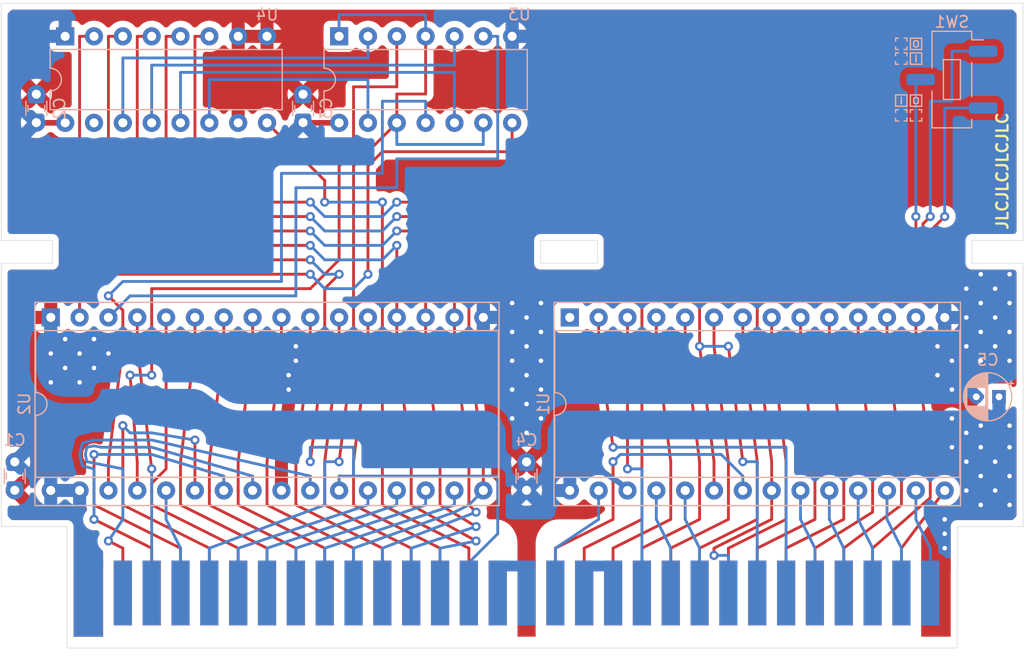
<source format=kicad_pcb>
(kicad_pcb (version 20211014) (generator pcbnew)
  (title_block (date "2022-05-10") (rev "0.0.2"))
  (layers (0 "F.Cu" mixed) (31 "B.Cu" mixed) (34 "B.Paste" user) (35 "F.Paste" user) (36 "B.SilkS" user "B.Silkscreen") (37 "F.SilkS" user "F.Silkscreen") (38 "B.Mask" user) (39 "F.Mask" user) (44 "Edge.Cuts" user))
  (net 0 "")
  (net 1 "VCC")
  (net 2 "GND")
  (net 3 "/CPU_A11")
  (net 4 "/CPU_A10")
  (net 5 "/CPU_A9")
  (net 6 "/CPU_A8")
  (net 7 "/CPU_A7")
  (net 8 "/CPU_A6")
  (net 9 "/CPU_A5")
  (net 10 "/CPU_A4")
  (net 11 "/CPU_A3")
  (net 12 "/CPU_A2")
  (net 13 "/CPU_A1")
  (net 14 "/CPU_A0")
  (net 15 "/CPU_R~{W}")
  (net 16 "/~{IRQ}")
  (net 17 "/PPU_~{RD}")
  (net 18 "/CIRAM_A10")
  (net 19 "/PPU_A6")
  (net 20 "/PPU_A5")
  (net 21 "/PPU_A4")
  (net 22 "/PPU_A3")
  (net 23 "/PPU_A2")
  (net 24 "/PPU_A1")
  (net 25 "/PPU_A0")
  (net 26 "/PPU_D0")
  (net 27 "/PPU_D1")
  (net 28 "/PPU_D2")
  (net 29 "/PPU_D3")
  (net 30 "/M2")
  (net 31 "/CPU_A12")
  (net 32 "/CPU_A13")
  (net 33 "/CPU_A14")
  (net 34 "/CPU_D7")
  (net 35 "/CPU_D6")
  (net 36 "/CPU_D5")
  (net 37 "/CPU_D4")
  (net 38 "/CPU_D3")
  (net 39 "/CPU_D2")
  (net 40 "/CPU_D1")
  (net 41 "/CPU_D0")
  (net 42 "/~{ROMSEL}")
  (net 43 "/AUD_2A03")
  (net 44 "/PPU_~{WR}")
  (net 45 "/CIRAM_~{CE}")
  (net 46 "/PPU_A7")
  (net 47 "/PPU_A8")
  (net 48 "/PPU_A9")
  (net 49 "/PPU_A10")
  (net 50 "/PPU_A11")
  (net 51 "/PPU_A12")
  (net 52 "/PPU_A13")
  (net 53 "/PPU_D7")
  (net 54 "/PPU_D6")
  (net 55 "/PPU_D5")
  (net 56 "/PPU_D4")
  (net 57 "/PRG_A17")
  (net 59 "/PRG_A16")
  (net 60 "/PRG_A15")
  (net 61 "/PRG_A14")
  (net 62 "Net-(U3-Pad2)")
  (net 63 "Net-(U3-Pad5)")
  (net 64 "Net-(U3-Pad10)")
  (net 66 "Net-(U3-Pad13)")
  (footprint "common_footprints:HVC-TGROM-01" (layer "F.Cu") (at 127 127)
    (fp_text reference "J1")
    (fp_text value "Cartridge Connector")
  )
  (footprint "common_footprints:Mirroring_Signs" (layer "B.Cu") (at 161.925 87.63 180)
    (fp_text reference "REF**" hide)
    (fp_text value "Mirroring_Signs" hide)
  )
  (footprint "common_footprints:C_Disc-0805_D3.0mm_W1.6mm_P2.50mm" (layer "B.Cu") (at 83.185 122.555 -90)
    (fp_text reference "C1")
    (fp_text value "0.1uF")
  )
  (footprint "Package_DIP:DIP-16_W7.62mm" (layer "B.Cu") (at 87.63 83.82 -90)
    (fp_text reference "U4")
    (fp_text value "74161")
  )
  (footprint "Package_DIP:DIP-32_W15.24mm_Socket" (layer "B.Cu") (at 86.36 108.58 -90)
    (fp_text reference "U2")
    (fp_text value "PRG ROM")
  )
  (footprint "common_footprints:C_Disc-0805_D3.0mm_W1.6mm_P2.50mm" (layer "B.Cu") (at 108.585 90.17 90)
    (fp_text reference "C3")
    (fp_text value "0.1uF")
  )
  (footprint "common_footprints:C_Disc-0805_D3.0mm_W1.6mm_P2.50mm" (layer "B.Cu") (at 85.09 90.17 90)
    (fp_text reference "C2")
    (fp_text value "0.1uF")
  )
  (footprint "Package_DIP:DIP-14_W7.62mm" (layer "B.Cu") (at 111.76 83.82 -90)
    (fp_text reference "U3")
    (fp_text value "7432")
  )
  (footprint "common_footprints:JS102011SCQN" (layer "B.Cu") (at 165.735 87.63 -90)
    (fp_text reference "SW1")
    (fp_text value "Mirroring")
  )
  (footprint "Package_DIP:DIP-28_W15.24mm_Socket" (layer "B.Cu") (at 132.08 108.585 -90)
    (fp_text reference "U1")
    (fp_text value "CHR RAM")
  )
  (footprint "common_footprints:C_Disc-0805_D3.0mm_W1.6mm_P2.50mm" (layer "B.Cu") (at 128.27 122.555 90)
    (fp_text reference "C4")
    (fp_text value "0.1uF")
  )
  (footprint "Capacitor_THT:CP_Radial_D4.0mm_P2.00mm" (layer "B.Cu") (at 169.8826 115.57 180)
    (fp_text reference "C5")
    (fp_text value "1uF")
  )
  (gr_line (start 82 103.8) (end 82 127) (layer "Edge.Cuts") (width 0.05))
  (gr_line (start 134.5 101.8) (end 134.5 103.8) (layer "Edge.Cuts") (width 0.05))
  (gr_line (start 166.2 127) (end 172 127) (layer "Edge.Cuts") (width 0.05))
  (gr_line (start 82 127) (end 87.8 127) (layer "Edge.Cuts") (width 0.05))
  (gr_line (start 167.5 103.8) (end 167.5 101.8) (layer "Edge.Cuts") (width 0.05))
  (gr_line (start 134.5 103.8) (end 129.5 103.8) (layer "Edge.Cuts") (width 0.05))
  (gr_line (start 82 80.9) (end 82 101.8) (layer "Edge.Cuts") (width 0.05))
  (gr_line (start 167.5 101.8) (end 172 101.8) (layer "Edge.Cuts") (width 0.05))
  (gr_line (start 82 101.8) (end 86.5 101.8) (layer "Edge.Cuts") (width 0.05))
  (gr_line (start 129.5 101.8) (end 134.5 101.8) (layer "Edge.Cuts") (width 0.05))
  (gr_line (start 129.5 103.8) (end 129.5 101.8) (layer "Edge.Cuts") (width 0.05))
  (gr_line (start 172 101.8) (end 172 80.9) (layer "Edge.Cuts") (width 0.05))
  (gr_line (start 172 80.9) (end 82 80.9) (layer "Edge.Cuts") (width 0.05))
  (gr_line (start 166.2 127) (end 166.2 137.7) (layer "Edge.Cuts") (width 0.05))
  (gr_line (start 86.5 103.8) (end 82 103.8) (layer "Edge.Cuts") (width 0.05))
  (gr_line (start 87.8 127) (end 87.8 137.7) (layer "Edge.Cuts") (width 0.05))
  (gr_line (start 86.5 101.8) (end 86.5 103.8) (layer "Edge.Cuts") (width 0.05))
  (gr_line (start 87.8 137.7) (end 166.2 137.7) (layer "Edge.Cuts") (width 0.05))
  (gr_line (start 172 127) (end 172 103.8) (layer "Edge.Cuts") (width 0.05))
  (gr_line (start 172 103.8) (end 167.5 103.8) (layer "Edge.Cuts") (width 0.05))
  (gr_text "JLCJLCJLCJLC" (at 170.18 100.965 90) (layer "F.SilkS") (effects (font (size 1 1) (thickness 0.2)) (justify left)))
  (segment (start 108.605 91.44) (end 111.735 91.44) (width 0.5) (layer "F.Cu") (net 1))
  (segment (start 108.585 91.42) (end 108.605 91.44) (width 0.5) (layer "F.Cu") (net 1))
  (segment (start 87.63 91.44) (end 85.11 91.44) (width 0.5) (layer "F.Cu") (net 1))
  (segment (start 111.735 91.44) (end 111.755 91.46) (width 0.5) (layer "F.Cu") (net 1))
  (segment (start 85.11 91.44) (end 85.09 91.42) (width 0.5) (layer "F.Cu") (net 1))
  (via (at 167.005 118.745) (size 0.8) (drill 0.4) (layers "F.Cu" "B.Cu") (net 1))
  (via (at 169.545 123.825) (size 0.8) (drill 0.4) (layers "F.Cu" "B.Cu") (net 1))
  (via (at 165.735 120.015) (size 0.8) (drill 0.4) (layers "F.Cu" "B.Cu") (net 1))
  (via (at 168.275 120.015) (size 0.8) (drill 0.4) (layers "F.Cu" "B.Cu") (net 1))
  (via (at 165.1 127.635) (size 0.8) (drill 0.4) (layers "F.Cu" "B.Cu") (net 1))
  (via (at 165.1 128.905) (size 0.8) (drill 0.4) (layers "F.Cu" "B.Cu") (net 1))
  (via (at 165.735 117.475) (size 0.8) (drill 0.4) (layers "F.Cu" "B.Cu") (net 1))
  (via (at 168.275 122.555) (size 0.8) (drill 0.4) (layers "F.Cu" "B.Cu") (net 1))
  (via (at 167.005 123.825) (size 0.8) (drill 0.4) (layers "F.Cu" "B.Cu") (net 1))
  (via (at 170.815 120.015) (size 0.8) (drill 0.4) (layers "F.Cu" "B.Cu") (net 1))
  (via (at 170.815 118.11) (size 0.8) (drill 0.4) (layers "F.Cu" "B.Cu") (net 1))
  (via (at 168.275 118.11) (size 0.8) (drill 0.4) (layers "F.Cu" "B.Cu") (net 1))
  (via (at 170.815 125.095) (size 0.8) (drill 0.4) (layers "F.Cu" "B.Cu") (net 1))
  (via (at 165.1 126.365) (size 0.8) (drill 0.4) (layers "F.Cu" "B.Cu") (net 1))
  (via (at 170.815 122.555) (size 0.8) (drill 0.4) (layers "F.Cu" "B.Cu") (net 1))
  (via (at 167.005 121.285) (size 0.8) (drill 0.4) (layers "F.Cu" "B.Cu") (net 1))
  (via (at 168.275 125.095) (size 0.8) (drill 0.4) (layers "F.Cu" "B.Cu") (net 1))
  (via (at 169.545 121.285) (size 0.8) (drill 0.4) (layers "F.Cu" "B.Cu") (net 1))
  (segment (start 128.27 123.5925) (end 128.5025 123.825) (width 0.5) (layer "B.Cu") (net 1))
  (segment (start 137.16 123.825) (end 136.525 123.19) (width 0.5) (layer "B.Cu") (net 1))
  (segment (start 136.525 123.19) (end 134.62 121.92) (width 0.5) (layer "B.Cu") (net 1))
  (segment (start 128.29 123.825) (end 128.27 123.805) (width 0.5) (layer "B.Cu") (net 1))
  (via (at 127 117.475) (size 0.8) (drill 0.4) (layers "F.Cu" "B.Cu") (net 2))
  (via (at 167.005 111.125) (size 0.8) (drill 0.4) (layers "F.Cu" "B.Cu") (net 2))
  (via (at 164.465 113.665) (size 0.8) (drill 0.4) (layers "F.Cu" "B.Cu") (net 2))
  (via (at 90.17 110.49) (size 0.8) (drill 0.4) (layers "F.Cu" "B.Cu") (net 2))
  (via (at 127 107.315) (size 0.8) (drill 0.4) (layers "F.Cu" "B.Cu") (net 2))
  (via (at 128.27 111.125) (size 0.8) (drill 0.4) (layers "F.Cu" "B.Cu") (net 2))
  (via (at 170.815 107.315) (size 0.8) (drill 0.4) (layers "F.Cu" "B.Cu") (net 2))
  (via (at 128.27 118.745) (size 0.8) (drill 0.4) (layers "F.Cu" "B.Cu") (net 2))
  (via (at 169.545 111.125) (size 0.8) (drill 0.4) (layers "F.Cu" "B.Cu") (net 2))
  (via (at 86.36 114.3) (size 0.8) (drill 0.4) (layers "F.Cu" "B.Cu") (net 2))
  (via (at 127 114.935) (size 0.8) (drill 0.4) (layers "F.Cu" "B.Cu") (net 2))
  (via (at 87.63 113.03) (size 0.8) (drill 0.4) (layers "F.Cu" "B.Cu") (net 2))
  (via (at 165.735 112.395) (size 0.8) (drill 0.4) (layers "F.Cu" "B.Cu") (net 2))
  (via (at 169.545 106.045) (size 0.8) (drill 0.4) (layers "F.Cu" "B.Cu") (net 2))
  (via (at 129.54 107.315) (size 0.8) (drill 0.4) (layers "F.Cu" "B.Cu") (net 2))
  (via (at 168.275 107.315) (size 0.8) (drill 0.4) (layers "F.Cu" "B.Cu") (net 2))
  (via (at 107.95 111.125) (size 0.8) (drill 0.4) (layers "F.Cu" "B.Cu") (net 2))
  (via (at 168.275 104.775) (size 0.8) (drill 0.4) (layers "F.Cu" "B.Cu") (net 2))
  (via (at 86.36 111.76) (size 0.8) (drill 0.4) (layers "F.Cu" "B.Cu") (net 2))
  (via (at 129.54 114.935) (size 0.8) (drill 0.4) (layers "F.Cu" "B.Cu") (net 2))
  (via (at 127 112.395) (size 0.8) (drill 0.4) (layers "F.Cu" "B.Cu") (net 2))
  (via (at 170.815 104.775) (size 0.8) (drill 0.4) (layers "F.Cu" "B.Cu") (net 2))
  (via (at 170.815 109.855) (size 0.8) (drill 0.4) (layers "F.Cu" "B.Cu") (net 2))
  (via (at 165.735 114.935) (size 0.8) (drill 0.4) (layers "F.Cu" "B.Cu") (net 2))
  (via (at 129.54 109.855) (size 0.8) (drill 0.4) (layers "F.Cu" "B.Cu") (net 2))
  (via (at 129.54 117.475) (size 0.8) (drill 0.4) (layers "F.Cu" "B.Cu") (net 2))
  (via (at 170.815 112.395) (size 0.8) (drill 0.4) (layers "F.Cu" "B.Cu") (net 2))
  (via (at 129.54 112.395) (size 0.8) (drill 0.4) (layers "F.Cu" "B.Cu") (net 2))
  (via (at 128.27 108.585) (size 0.8) (drill 0.4) (layers "F.Cu" "B.Cu") (net 2))
  (via (at 128.27 113.665) (size 0.8) (drill 0.4) (layers "F.Cu" "B.Cu") (net 2))
  (via (at 168.275 109.855) (size 0.8) (drill 0.4) (layers "F.Cu" "B.Cu") (net 2))
  (via (at 127 109.855) (size 0.8) (drill 0.4) (layers "F.Cu" "B.Cu") (net 2))
  (via (at 169.545 108.585) (size 0.8) (drill 0.4) (layers "F.Cu" "B.Cu") (net 2))
  (via (at 107.315 114.935) (size 0.8) (drill 0.4) (layers "F.Cu" "B.Cu") (net 2))
  (via (at 87.63 110.49) (size 0.8) (drill 0.4) (layers "F.Cu" "B.Cu") (net 2))
  (via (at 168.275 112.395) (size 0.8) (drill 0.4) (layers "F.Cu" "B.Cu") (net 2))
  (via (at 91.44 111.76) (size 0.8) (drill 0.4) (layers "F.Cu" "B.Cu") (net 2))
  (via (at 88.9 114.3) (size 0.8) (drill 0.4) (layers "F.Cu" "B.Cu") (net 2))
  (via (at 90.17 113.03) (size 0.8) (drill 0.4) (layers "F.Cu" "B.Cu") (net 2))
  (via (at 107.315 113.665) (size 0.8) (drill 0.4) (layers "F.Cu" "B.Cu") (net 2))
  (via (at 167.005 108.585) (size 0.8) (drill 0.4) (layers "F.Cu" "B.Cu") (net 2))
  (via (at 128.27 116.205) (size 0.8) (drill 0.4) (layers "F.Cu" "B.Cu") (net 2))
  (via (at 88.9 111.76) (size 0.8) (drill 0.4) (layers "F.Cu" "B.Cu") (net 2))
  (via (at 164.465 111.125) (size 0.8) (drill 0.4) (layers "F.Cu" "B.Cu") (net 2))
  (via (at 107.95 112.395) (size 0.8) (drill 0.4) (layers "F.Cu" "B.Cu") (net 2))
  (via (at 167.005 106.045) (size 0.8) (drill 0.4) (layers "F.Cu" "B.Cu") (net 2))
  (segment (start 92.71 132.85) (end 92.71 128.905) (width 0.25) (layer "F.Cu") (net 3))
  (segment (start 92.71 128.905) (end 91.44 128.27) (width 0.25) (layer "F.Cu") (net 3))
  (via (at 91.44 128.27) (size 0.8) (drill 0.4) (layers "F.Cu" "B.Cu") (net 3))
  (segment (start 89.408 120.65) (end 89.535 120.015) (width 0.25) (layer "B.Cu") (net 3))
  (segment (start 89.535 121.285) (end 89.408 120.65) (width 0.25) (layer "B.Cu") (net 3))
  (segment (start 92.71 126.365) (end 92.71 123.825) (width 0.25) (layer "B.Cu") (net 3))
  (segment (start 92.71 121.92) (end 89.535 121.285) (width 0.25) (layer "B.Cu") (net 3))
  (segment (start 92.71 123.825) (end 92.71 121.92) (width 0.25) (layer "B.Cu") (net 3))
  (segment (start 91.44 128.27) (end 92.71 126.365) (width 0.25) (layer "B.Cu") (net 3))
  (segment (start 95.25 120.015) (end 104.14 122.555) (width 0.25) (layer "B.Cu") (net 3))
  (segment (start 104.14 122.555) (end 104.14 123.82) (width 0.25) (layer "B.Cu") (net 3))
  (segment (start 90.805 120.015) (end 95.25 120.015) (width 0.25) (layer "B.Cu") (net 3))
  (segment (start 89.535 120.015) (end 90.17 119.888) (width 0.25) (layer "B.Cu") (net 3))
  (segment (start 90.17 119.888) (end 90.805 120.015) (width 0.25) (layer "B.Cu") (net 3))
  (segment (start 95.25 128.905) (end 95.25 132.85) (width 0.25) (layer "F.Cu") (net 4))
  (segment (start 90.17 126.365) (end 95.25 128.905) (width 0.25) (layer "F.Cu") (net 4))
  (via (at 90.17 126.365) (size 0.8) (drill 0.4) (layers "F.Cu" "B.Cu") (net 4))
  (segment (start 89.154 119.634) (end 90.17 119.38) (width 0.25) (layer "B.Cu") (net 4))
  (segment (start 95.25 119.38) (end 109.22 122.555) (width 0.25) (layer "B.Cu") (net 4))
  (segment (start 90.17 123.825) (end 90.17 121.92) (width 0.25) (layer "B.Cu") (net 4))
  (segment (start 90.17 121.92) (end 89.154 121.666) (width 0.25) (layer "B.Cu") (net 4))
  (segment (start 90.17 126.365) (end 90.17 123.825) (width 0.25) (layer "B.Cu") (net 4))
  (segment (start 90.17 119.38) (end 95.25 119.38) (width 0.25) (layer "B.Cu") (net 4))
  (segment (start 109.22 122.555) (end 109.22 123.82) (width 0.25) (layer "B.Cu") (net 4))
  (segment (start 88.9 120.65) (end 89.154 119.634) (width 0.25) (layer "B.Cu") (net 4))
  (segment (start 89.154 121.666) (end 88.9 120.65) (width 0.25) (layer "B.Cu") (net 4))
  (segment (start 97.79 128.905) (end 97.79 132.85) (width 0.25) (layer "F.Cu") (net 5))
  (segment (start 90.17 125.095) (end 97.79 128.905) (width 0.25) (layer "F.Cu") (net 5))
  (segment (start 90.17 120.65) (end 90.17 123.825) (width 0.25) (layer "F.Cu") (net 5))
  (segment (start 90.17 123.825) (end 90.17 125.095) (width 0.25) (layer "F.Cu") (net 5))
  (via (at 90.17 120.65) (size 0.8) (drill 0.4) (layers "F.Cu" "B.Cu") (net 5))
  (segment (start 90.17 120.65) (end 95.25 120.65) (width 0.25) (layer "B.Cu") (net 5))
  (segment (start 95.25 120.65) (end 101.6 122.555) (width 0.25) (layer "B.Cu") (net 5))
  (segment (start 101.6 122.555) (end 101.6 123.82) (width 0.25) (layer "B.Cu") (net 5))
  (segment (start 92.71 118.11) (end 92.71 125.095) (width 0.25) (layer "F.Cu") (net 6))
  (segment (start 100.33 128.905) (end 100.33 132.85) (width 0.25) (layer "F.Cu") (net 6))
  (segment (start 92.71 125.095) (end 100.33 128.905) (width 0.25) (layer "F.Cu") (net 6))
  (segment (start 99.06 119.38) (end 99.06 123.82) (width 0.25) (layer "F.Cu") (net 6))
  (via (at 99.06 119.38) (size 0.8) (drill 0.4) (layers "F.Cu" "B.Cu") (net 6))
  (via (at 92.71 118.11) (size 0.8) (drill 0.4) (layers "F.Cu" "B.Cu") (net 6))
  (segment (start 93.345 118.745) (end 95.25 118.745) (width 0.25) (layer "B.Cu") (net 6))
  (segment (start 92.71 118.11) (end 93.345 118.745) (width 0.25) (layer "B.Cu") (net 6))
  (segment (start 95.25 118.745) (end 99.06 119.38) (width 0.25) (layer "B.Cu") (net 6))
  (segment (start 102.87 128.905) (end 95.25 125.095) (width 0.25) (layer "F.Cu") (net 7))
  (segment (start 96.52 121.92) (end 96.52 108.58) (width 0.25) (layer "F.Cu") (net 7))
  (segment (start 95.25 125.095) (end 95.25 123.19) (width 0.25) (layer "F.Cu") (net 7))
  (segment (start 95.25 123.19) (end 96.52 121.92) (width 0.25) (layer "F.Cu") (net 7))
  (segment (start 102.87 132.85) (end 102.87 128.905) (width 0.25) (layer "F.Cu") (net 7))
  (segment (start 99.06 111.125) (end 99.06 108.58) (width 0.25) (layer "F.Cu") (net 8))
  (segment (start 97.79 125.095) (end 97.79 123.825) (width 0.25) (layer "F.Cu") (net 8))
  (segment (start 97.79 121.285) (end 99.06 111.125) (width 0.25) (layer "F.Cu") (net 8))
  (segment (start 105.41 132.85) (end 105.41 128.905) (width 0.25) (layer "F.Cu") (net 8))
  (segment (start 97.79 123.825) (end 97.79 121.285) (width 0.25) (layer "F.Cu") (net 8))
  (segment (start 105.41 128.905) (end 97.79 125.095) (width 0.25) (layer "F.Cu") (net 8))
  (segment (start 107.95 128.905) (end 100.33 125.095) (width 0.25) (layer "F.Cu") (net 9))
  (segment (start 100.33 121.285) (end 101.6 111.125) (width 0.25) (layer "F.Cu") (net 9))
  (segment (start 107.95 132.85) (end 107.95 128.905) (width 0.25) (layer "F.Cu") (net 9))
  (segment (start 101.6 111.125) (end 101.6 108.58) (width 0.25) (layer "F.Cu") (net 9))
  (segment (start 100.33 125.095) (end 100.33 123.825) (width 0.25) (layer "F.Cu") (net 9))
  (segment (start 100.33 123.825) (end 100.33 121.285) (width 0.25) (layer "F.Cu") (net 9))
  (segment (start 102.87 121.285) (end 104.14 111.125) (width 0.25) (layer "F.Cu") (net 10))
  (segment (start 110.49 128.905) (end 102.87 125.095) (width 0.25) (layer "F.Cu") (net 10))
  (segment (start 102.87 123.825) (end 102.87 121.285) (width 0.25) (layer "F.Cu") (net 10))
  (segment (start 110.49 132.85) (end 110.49 128.905) (width 0.25) (layer "F.Cu") (net 10))
  (segment (start 102.87 125.095) (end 102.87 123.825) (width 0.25) (layer "F.Cu") (net 10))
  (segment (start 104.14 111.125) (end 104.14 108.58) (width 0.25) (layer "F.Cu") (net 10))
  (segment (start 105.41 121.285) (end 105.41 123.825) (width 0.25) (layer "F.Cu") (net 11))
  (segment (start 105.41 125.095) (end 113.03 128.905) (width 0.25) (layer "F.Cu") (net 11))
  (segment (start 113.03 128.905) (end 113.03 132.85) (width 0.25) (layer "F.Cu") (net 11))
  (segment (start 105.41 123.825) (end 105.41 125.095) (width 0.25) (layer "F.Cu") (net 11))
  (segment (start 106.68 111.125) (end 105.41 121.285) (width 0.25) (layer "F.Cu") (net 11))
  (segment (start 106.68 108.58) (end 106.68 111.125) (width 0.25) (layer "F.Cu") (net 11))
  (segment (start 115.57 128.905) (end 107.95 125.095) (width 0.25) (layer "F.Cu") (net 12))
  (segment (start 107.95 121.285) (end 109.22 111.125) (width 0.25) (layer "F.Cu") (net 12))
  (segment (start 107.95 125.095) (end 107.95 123.825) (width 0.25) (layer "F.Cu") (net 12))
  (segment (start 109.22 111.125) (end 109.22 108.58) (width 0.25) (layer "F.Cu") (net 12))
  (segment (start 115.57 132.85) (end 115.57 128.905) (width 0.25) (layer "F.Cu") (net 12))
  (segment (start 107.95 123.825) (end 107.95 121.285) (width 0.25) (layer "F.Cu") (net 12))
  (segment (start 110.49 125.095) (end 110.49 123.825) (width 0.25) (layer "F.Cu") (net 13))
  (segment (start 118.11 132.85) (end 118.11 128.905) (width 0.25) (layer "F.Cu") (net 13))
  (segment (start 111.76 111.125) (end 111.76 108.58) (width 0.25) (layer "F.Cu") (net 13))
  (segment (start 110.49 121.285) (end 111.76 111.125) (width 0.25) (layer "F.Cu") (net 13))
  (segment (start 110.49 123.825) (end 110.49 121.285) (width 0.25) (layer "F.Cu") (net 13))
  (segment (start 118.11 128.905) (end 110.49 125.095) (width 0.25) (layer "F.Cu") (net 13))
  (segment (start 113.03 121.285) (end 114.3 111.125) (width 0.25) (layer "F.Cu") (net 14))
  (segment (start 120.65 132.85) (end 120.65 128.905) (width 0.25) (layer "F.Cu") (net 14))
  (segment (start 114.3 111.125) (end 114.3 108.58) (width 0.25) (layer "F.Cu") (net 14))
  (segment (start 120.65 128.905) (end 113.03 125.095) (width 0.25) (layer "F.Cu") (net 14))
  (segment (start 113.03 125.095) (end 113.03 123.825) (width 0.25) (layer "F.Cu") (net 14))
  (segment (start 113.03 123.825) (end 113.03 121.285) (width 0.25) (layer "F.Cu") (net 14))
  (segment (start 115.57 98.425) (end 115.57 123.825) (width 0.25) (layer "F.Cu") (net 15))
  (segment (start 110.49 98.425) (end 110.49 96.52) (width 0.25) (layer "F.Cu") (net 15))
  (segment (start 115.57 125.095) (end 123.19 128.905) (width 0.25) (layer "F.Cu") (net 15))
  (segment (start 110.49 96.52) (end 105.41 91.44) (width 0.25) (layer "F.Cu") (net 15))
  (segment (start 115.57 123.825) (end 115.57 125.095) (width 0.25) (layer "F.Cu") (net 15))
  (segment (start 123.19 128.905) (end 123.19 132.85) (width 0.25) (layer "F.Cu") (net 15))
  (via (at 115.57 98.425) (size 0.8) (drill 0.4) (layers "F.Cu" "B.Cu") (net 15))
  (via (at 110.49 98.425) (size 0.8) (drill 0.4) (layers "F.Cu" "B.Cu") (net 15))
  (segment (start 115.57 98.425) (end 110.49 98.425) (width 0.25) (layer "B.Cu") (net 15))
  (segment (start 105.425 91.455) (end 105.425 91.45) (width 0.25) (layer "B.Cu") (net 15))
  (segment (start 135.89 121.285) (end 135.89 123.19) (width 0.25) (layer "F.Cu") (net 17))
  (segment (start 135.89 126.365) (end 130.81 128.905) (width 0.25) (layer "F.Cu") (net 17))
  (segment (start 135.89 121.285) (end 135.89 123.825) (width 0.25) (layer "F.Cu") (net 17))
  (segment (start 135.89 123.825) (end 135.89 126.365) (width 0.25) (layer "F.Cu") (net 17))
  (segment (start 130.81 128.905) (end 130.81 132.85) (width 0.25) (layer "F.Cu") (net 17))
  (via (at 135.89 121.285) (size 0.8) (drill 0.4) (layers "F.Cu" "B.Cu") (net 17))
  (segment (start 136.525 120.65) (end 145.415 120.65) (width 0.25) (layer "B.Cu") (net 17))
  (segment (start 145.415 120.65) (end 147.32 122.555) (width 0.25) (layer "B.Cu") (net 17))
  (segment (start 135.89 121.285) (end 136.525 120.65) (width 0.25) (layer "B.Cu") (net 17))
  (segment (start 147.32 122.555) (end 147.32 123.825) (width 0.25) (layer "B.Cu") (net 17))
  (segment (start 138.43 126.365) (end 133.35 128.905) (width 0.25) (layer "F.Cu") (net 18))
  (segment (start 162.56 99.695) (end 162.56 104.775) (width 0.25) (layer "F.Cu") (net 18))
  (segment (start 138.43 108.585) (end 138.43 126.365) (width 0.25) (layer "F.Cu") (net 18))
  (segment (start 133.35 128.905) (end 133.35 132.85) (width 0.25) (layer "F.Cu") (net 18))
  (segment (start 138.43 104.775) (end 138.43 108.585) (width 0.25) (layer "F.Cu") (net 18))
  (segment (start 162.56 104.775) (end 138.43 104.775) (width 0.25) (layer "F.Cu") (net 18))
  (via (at 162.56 99.695) (size 0.8) (drill 0.4) (layers "F.Cu" "B.Cu") (net 18))
  (segment (start 162.56 99.695) (end 162.56 88.055) (width 0.25) (layer "B.Cu") (net 18))
  (segment (start 162.56 88.055) (end 162.985 87.63) (width 0.25) (layer "B.Cu") (net 18))
  (segment (start 140.97 121.285) (end 139.7 111.125) (width 0.25) (layer "F.Cu") (net 19))
  (segment (start 140.97 123.825) (end 140.97 121.285) (width 0.25) (layer "F.Cu") (net 19))
  (segment (start 135.89 128.905) (end 140.97 126.365) (width 0.25) (layer "F.Cu") (net 19))
  (segment (start 139.7 111.125) (end 139.7 108.585) (width 0.25) (layer "F.Cu") (net 19))
  (segment (start 140.97 126.365) (end 140.97 123.825) (width 0.25) (layer "F.Cu") (net 19))
  (segment (start 135.89 132.85) (end 135.89 128.905) (width 0.25) (layer "F.Cu") (net 19))
  (segment (start 143.51 126.365) (end 143.51 123.825) (width 0.25) (layer "F.Cu") (net 20))
  (segment (start 142.24 111.125) (end 142.24 108.585) (width 0.25) (layer "F.Cu") (net 20))
  (segment (start 138.43 128.905) (end 143.51 126.365) (width 0.25) (layer "F.Cu") (net 20))
  (segment (start 138.43 132.85) (end 138.43 128.905) (width 0.25) (layer "F.Cu") (net 20))
  (segment (start 143.51 121.285) (end 142.24 111.125) (width 0.25) (layer "F.Cu") (net 20))
  (segment (start 143.51 123.825) (end 143.51 121.285) (width 0.25) (layer "F.Cu") (net 20))
  (segment (start 144.78 111.125) (end 144.78 108.585) (width 0.25) (layer "F.Cu") (net 21))
  (segment (start 146.05 123.825) (end 146.05 121.285) (width 0.25) (layer "F.Cu") (net 21))
  (segment (start 140.97 128.905) (end 146.05 126.365) (width 0.25) (layer "F.Cu") (net 21))
  (segment (start 146.05 121.285) (end 144.78 111.125) (width 0.25) (layer "F.Cu") (net 21))
  (segment (start 146.05 126.365) (end 146.05 123.825) (width 0.25) (layer "F.Cu") (net 21))
  (segment (start 140.97 132.85) (end 140.97 128.905) (width 0.25) (layer "F.Cu") (net 21))
  (segment (start 148.59 126.365) (end 148.59 123.825) (width 0.25) (layer "F.Cu") (net 22))
  (segment (start 148.59 121.285) (end 147.32 111.125) (width 0.25) (layer "F.Cu") (net 22))
  (segment (start 143.51 132.85) (end 143.51 128.905) (width 0.25) (layer "F.Cu") (net 22))
  (segment (start 147.32 111.125) (end 147.32 108.585) (width 0.25) (layer "F.Cu") (net 22))
  (segment (start 143.51 128.905) (end 148.59 126.365) (width 0.25) (layer "F.Cu") (net 22))
  (segment (start 148.59 123.825) (end 148.59 121.285) (width 0.25) (layer "F.Cu") (net 22))
  (segment (start 151.13 121.285) (end 149.86 111.125) (width 0.25) (layer "F.Cu") (net 23))
  (segment (start 146.05 132.85) (end 146.05 128.905) (width 0.25) (layer "F.Cu") (net 23))
  (segment (start 151.13 126.365) (end 151.13 123.825) (width 0.25) (layer "F.Cu") (net 23))
  (segment (start 146.05 128.905) (end 151.13 126.365) (width 0.25) (layer "F.Cu") (net 23))
  (segment (start 149.86 111.125) (end 149.86 108.585) (width 0.25) (layer "F.Cu") (net 23))
  (segment (start 151.13 123.825) (end 151.13 121.285) (width 0.25) (layer "F.Cu") (net 23))
  (segment (start 153.67 126.365) (end 153.67 123.825) (width 0.25) (layer "F.Cu") (net 24))
  (segment (start 153.67 121.285) (end 152.4 111.125) (width 0.25) (layer "F.Cu") (net 24))
  (segment (start 148.59 128.905) (end 153.67 126.365) (width 0.25) (layer "F.Cu") (net 24))
  (segment (start 148.59 132.85) (end 148.59 128.905) (width 0.25) (layer "F.Cu") (net 24))
  (segment (start 153.67 123.825) (end 153.67 121.285) (width 0.25) (layer "F.Cu") (net 24))
  (segment (start 152.4 111.125) (end 152.4 108.585) (width 0.25) (layer "F.Cu") (net 24))
  (segment (start 151.13 128.905) (end 156.21 126.365) (width 0.25) (layer "F.Cu") (net 25))
  (segment (start 151.13 132.85) (end 151.13 128.905) (width 0.25) (layer "F.Cu") (net 25))
  (segment (start 154.94 111.125) (end 154.94 108.585) (width 0.25) (layer "F.Cu") (net 25))
  (segment (start 156.21 121.285) (end 154.94 111.125) (width 0.25) (layer "F.Cu") (net 25))
  (segment (start 156.21 123.825) (end 156.21 121.285) (width 0.25) (layer "F.Cu") (net 25))
  (segment (start 156.21 126.365) (end 156.21 123.825) (width 0.25) (layer "F.Cu") (net 25))
  (segment (start 153.67 132.85) (end 153.67 128.905) (width 0.25) (layer "F.Cu") (net 26))
  (segment (start 153.67 128.905) (end 158.75 125.73) (width 0.25) (layer "F.Cu") (net 26))
  (segment (start 158.75 125.73) (end 158.75 123.825) (width 0.25) (layer "F.Cu") (net 26))
  (segment (start 158.75 123.825) (end 158.75 121.285) (width 0.25) (layer "F.Cu") (net 26))
  (segment (start 157.48 111.125) (end 157.48 108.585) (width 0.25) (layer "F.Cu") (net 26))
  (segment (start 158.75 121.285) (end 157.48 111.125) (width 0.25) (layer "F.Cu") (net 26))
  (segment (start 160.02 111.125) (end 160.02 108.585) (width 0.25) (layer "F.Cu") (net 27))
  (segment (start 161.29 123.825) (end 161.29 121.285) (width 0.25) (layer "F.Cu") (net 27))
  (segment (start 161.29 125.095) (end 161.29 123.825) (width 0.25) (layer "F.Cu") (net 27))
  (segment (start 161.29 121.285) (end 160.02 111.125) (width 0.25) (layer "F.Cu") (net 27))
  (segment (start 156.21 132.85) (end 156.21 128.905) (width 0.25) (layer "F.Cu") (net 27))
  (segment (start 156.21 128.905) (end 161.29 125.095) (width 0.25) (layer "F.Cu") (net 27))
  (segment (start 162.56 111.125) (end 162.56 108.585) (width 0.25) (layer "F.Cu") (net 28))
  (segment (start 163.83 124.46) (end 163.83 123.825) (width 0.25) (layer "F.Cu") (net 28))
  (segment (start 163.83 121.285) (end 162.56 111.125) (width 0.25) (layer "F.Cu") (net 28))
  (segment (start 163.83 123.825) (end 163.83 121.285) (width 0.25) (layer "F.Cu") (net 28))
  (segment (start 158.75 128.905) (end 163.83 124.46) (width 0.25) (layer "F.Cu") (net 28))
  (segment (start 158.75 132.85) (end 158.75 128.905) (width 0.25) (layer "F.Cu") (net 28))
  (segment (start 161.29 128.905) (end 165.1 123.825) (width 0.25) (layer "F.Cu") (net 29))
  (segment (start 161.29 132.85) (end 161.29 128.905) (width 0.25) (layer "F.Cu") (net 29))
  (segment (start 95.25 121.92) (end 93.98 111.125) (width 0.25) (layer "F.Cu") (net 31))
  (segment (start 93.98 111.125) (end 93.98 108.58) (width 0.25) (layer "F.Cu") (net 31))
  (via (at 95.25 121.92) (size 0.8) (drill 0.4) (layers "F.Cu" "B.Cu") (net 31))
  (segment (start 95.25 121.92) (end 95.25 132.85) (width 0.25) (layer "B.Cu") (net 31))
  (segment (start 97.79 128.905) (end 96.52 126.365) (width 0.25) (layer "B.Cu") (net 32))
  (segment (start 96.52 126.365) (end 96.52 123.82) (width 0.25) (layer "B.Cu") (net 32))
  (segment (start 97.79 132.85) (end 97.79 128.905) (width 0.25) (layer "B.Cu") (net 32))
  (segment (start 111.76 121.285) (end 113.03 111.125) (width 0.25) (layer "F.Cu") (net 33))
  (segment (start 113.03 95.25) (end 116.84 91.44) (width 0.25) (layer "F.Cu") (net 33))
  (segment (start 116.84 91.44) (end 116.84 88.9) (width 0.25) (layer "F.Cu") (net 33))
  (segment (start 116.84 88.9) (end 119.38 88.9) (width 0.25) (layer "F.Cu") (net 33))
  (segment (start 113.03 111.125) (end 113.03 108.585) (width 0.25) (layer "F.Cu") (net 33))
  (segment (start 113.03 108.585) (end 113.03 95.25) (width 0.25) (layer "F.Cu") (net 33))
  (segment (start 119.38 88.9) (end 119.38 83.82) (width 0.25) (layer "F.Cu") (net 33))
  (segment (start 119.38 83.82) (end 119.37502 83.82498) (width 0.25) (layer "F.Cu") (net 33))
  (via (at 111.76 121.285) (size 0.8) (drill 0.4) (layers "F.Cu" "B.Cu") (net 33))
  (segment (start 111.76 121.285) (end 110.49 121.285) (width 0.25) (layer "B.Cu") (net 33))
  (segment (start 110.49 123.825) (end 110.49 125.095) (width 0.25) (layer "B.Cu") (net 33))
  (segment (start 119.38 81.915) (end 119.38 83.82) (width 0.25) (layer "B.Cu") (net 33))
  (segment (start 116.84 91.44) (end 116.84 93.345) (width 0.25) (layer "B.Cu") (net 33))
  (segment (start 124.46 93.345) (end 124.46 91.44) (width 0.25) (layer "B.Cu") (net 33))
  (segment (start 110.49 125.095) (end 100.33 128.905) (width 0.25) (layer "B.Cu") (net 33))
  (segment (start 111.76 83.82) (end 111.757529 81.915) (width 0.25) (layer "B.Cu") (net 33))
  (segment (start 111.757529 81.915) (end 119.38 81.915) (width 0.25) (layer "B.Cu") (net 33))
  (segment (start 116.84 93.345) (end 124.46 93.345) (width 0.25) (layer "B.Cu") (net 33))
  (segment (start 100.33 128.905) (end 100.33 132.85) (width 0.25) (layer "B.Cu") (net 33))
  (segment (start 110.49 121.285) (end 110.49 123.825) (width 0.25) (layer "B.Cu") (net 33))
  (segment (start 114.3 123.82) (end 114.3 125.095) (width 0.25) (layer "B.Cu") (net 34))
  (segment (start 114.3 125.095) (end 102.87 128.905) (width 0.25) (layer "B.Cu") (net 34))
  (segment (start 102.87 132.85) (end 102.87 128.905) (width 0.25) (layer "B.Cu") (net 34))
  (segment (start 105.41 132.85) (end 105.41 128.905) (width 0.25) (layer "B.Cu") (net 35))
  (segment (start 116.84 125.095) (end 116.84 123.82) (width 0.25) (layer "B.Cu") (net 35))
  (segment (start 105.41 128.905) (end 116.84 125.095) (width 0.25) (layer "B.Cu") (net 35))
  (segment (start 107.95 132.85) (end 107.95 128.905) (width 0.25) (layer "B.Cu") (net 36))
  (segment (start 107.95 128.905) (end 119.38 125.095) (width 0.25) (layer "B.Cu") (net 36))
  (segment (start 119.38 125.095) (end 119.38 123.82) (width 0.25) (layer "B.Cu") (net 36))
  (segment (start 110.49 128.905) (end 121.92 125.095) (width 0.25) (layer "B.Cu") (net 37))
  (segment (start 110.49 132.85) (end 110.49 128.905) (width 0.25) (layer "B.Cu") (net 37))
  (segment (start 121.92 125.095) (end 121.92 123.82) (width 0.25) (layer "B.Cu") (net 37))
  (segment (start 123.19 98.425) (end 123.19 108.585) (width 0.25) (layer "F.Cu") (net 38))
  (segment (start 99.06 83.82) (end 100.33 83.82) (width 0.25) (layer "F.Cu") (net 38))
  (segment (start 99.06 91.44) (end 99.06 83.82) (width 0.25) (layer "F.Cu") (net 38))
  (segment (start 99.06 98.425) (end 99.06 91.44) (width 0.25) (layer "F.Cu") (net 38))
  (segment (start 123.19 111.125) (end 124.46 121.285) (width 0.25) (layer "F.Cu") (net 38))
  (segment (start 123.19 108.585) (end 123.19 111.125) (width 0.25) (layer "F.Cu") (net 38))
  (segment (start 124.46 121.285) (end 124.46 123.82) (width 0.25) (layer "F.Cu") (net 38))
  (segment (start 109.22 98.425) (end 99.06 98.425) (width 0.25) (layer "F.Cu") (net 38))
  (segment (start 116.84 98.425) (end 123.19 98.425) (width 0.25) (layer "F.Cu") (net 38))
  (via (at 109.22 98.425) (size 0.8) (drill 0.4) (layers "F.Cu" "B.Cu") (net 38))
  (via (at 116.84 98.425) (size 0.8) (drill 0.4) (layers "F.Cu" "B.Cu") (net 38))
  (segment (start 110.49 99.695) (end 109.22 98.425) (width 0.25) (layer "B.Cu") (net 38))
  (segment (start 113.03 132.85) (end 113.03 128.905) (width 0.25) (layer "B.Cu") (net 38))
  (segment (start 116.84 98.425) (end 115.57 99.695) (width 0.25) (layer "B.Cu") (net 38))
  (segment (start 115.57 99.695) (end 110.49 99.695) (width 0.25) (layer "B.Cu") (net 38))
  (segment (start 113.03 128.905) (end 121.92 125.73) (width 0.25) (layer "B.Cu") (net 38))
  (segment (start 121.92 125.73) (end 123.19 125.095) (width 0.25) (layer "B.Cu") (net 38))
  (segment (start 123.19 125.095) (end 124.46 123.82) (width 0.25) (layer "B.Cu") (net 38))
  (segment (start 123.825 125.73) (end 123.19 125.095) (width 0.25) (layer "F.Cu") (net 39))
  (segment (start 96.52 83.82) (end 97.79 83.82) (width 0.25) (layer "F.Cu") (net 39))
  (segment (start 121.92 111.125) (end 121.92 108.58) (width 0.25) (layer "F.Cu") (net 39))
  (segment (start 123.19 123.825) (end 123.19 121.285) (width 0.25) (layer "F.Cu") (net 39))
  (segment (start 121.92 99.695) (end 121.92 108.58) (width 0.25) (layer "F.Cu") (net 39))
  (segment (start 116.84 99.695) (end 121.92 99.695) (width 0.25) (layer "F.Cu") (net 39))
  (segment (start 96.52 91.44) (end 96.52 83.82) (width 0.25) (layer "F.Cu") (net 39))
  (segment (start 109.22 99.695) (end 96.52 99.695) (width 0.25) (layer "F.Cu") (net 39))
  (segment (start 123.19 125.095) (end 123.19 123.825) (width 0.25) (layer "F.Cu") (net 39))
  (segment (start 123.19 121.285) (end 121.92 111.125) (width 0.25) (layer "F.Cu") (net 39))
  (segment (start 96.52 99.695) (end 96.52 91.44) (width 0.25) (layer "F.Cu") (net 39))
  (via (at 116.84 99.695) (size 0.8) (drill 0.4) (layers "F.Cu" "B.Cu") (net 39))
  (via (at 109.22 99.695) (size 0.8) (drill 0.4) (layers "F.Cu" "B.Cu") (net 39))
  (via (at 123.825 125.73) (size 0.8) (drill 0.4) (layers "F.Cu" "B.Cu") (net 39))
  (segment (start 123.825 125.73) (end 115.57 128.905) (width 0.25) (layer "B.Cu") (net 39))
  (segment (start 116.84 99.695) (end 115.57 100.965) (width 0.25) (layer "B.Cu") (net 39))
  (segment (start 115.57 128.905) (end 115.57 132.85) (width 0.25) (layer "B.Cu") (net 39))
  (segment (start 110.49 100.965) (end 109.22 99.695) (width 0.25) (layer "B.Cu") (net 39))
  (segment (start 115.57 100.965) (end 110.49 100.965) (width 0.25) (layer "B.Cu") (net 39))
  (segment (start 93.98 83.82) (end 95.25 83.82) (width 0.25) (layer "F.Cu") (net 40))
  (segment (start 116.84 100.965) (end 119.38 100.965) (width 0.25) (layer "F.Cu") (net 40))
  (segment (start 109.22 100.965) (end 93.98 100.965) (width 0.25) (layer "F.Cu") (net 40))
  (segment (start 123.825 127) (end 120.65 125.095) (width 0.25) (layer "F.Cu") (net 40))
  (segment (start 119.38 111.125) (end 119.38 108.58) (width 0.25) (layer "F.Cu") (net 40))
  (segment (start 120.65 123.825) (end 120.65 121.285) (width 0.25) (layer "F.Cu") (net 40))
  (segment (start 120.65 125.095) (end 120.65 123.825) (width 0.25) (layer "F.Cu") (net 40))
  (segment (start 93.98 100.965) (end 93.98 91.44) (width 0.25) (layer "F.Cu") (net 40))
  (segment (start 120.65 121.285) (end 119.38 111.125) (width 0.25) (layer "F.Cu") (net 40))
  (segment (start 93.98 91.44) (end 93.98 83.82) (width 0.25) (layer "F.Cu") (net 40))
  (segment (start 119.38 100.965) (end 119.38 108.58) (width 0.25) (layer "F.Cu") (net 40))
  (via (at 123.825 127) (size 0.8) (drill 0.4) (layers "F.Cu" "B.Cu") (net 40))
  (via (at 116.84 100.965) (size 0.8) (drill 0.4) (layers "F.Cu" "B.Cu") (net 40))
  (via (at 109.22 100.965) (size 0.8) (drill 0.4) (layers "F.Cu" "B.Cu") (net 40))
  (segment (start 110.49 102.235) (end 109.22 100.965) (width 0.25) (layer "B.Cu") (net 40))
  (segment (start 123.825 127) (end 118.11 128.905) (width 0.25) (layer "B.Cu") (net 40))
  (segment (start 116.84 100.965) (end 115.57 102.235) (width 0.25) (layer "B.Cu") (net 40))
  (segment (start 118.11 128.905) (end 118.11 132.85) (width 0.25) (layer "B.Cu") (net 40))
  (segment (start 115.57 102.235) (end 110.49 102.235) (width 0.25) (layer "B.Cu") (net 40))
  (segment (start 118.11 125.095) (end 118.11 123.825) (width 0.25) (layer "F.Cu") (net 41))
  (segment (start 91.44 91.44) (end 91.44 83.82) (width 0.25) (layer "F.Cu") (net 41))
  (segment (start 91.44 102.235) (end 91.44 91.44) (width 0.25) (layer "F.Cu") (net 41))
  (segment (start 116.84 108.58) (end 116.84 102.235) (width 0.25) (layer "F.Cu") (net 41))
  (segment (start 116.84 111.125) (end 116.84 108.58) (width 0.25) (layer "F.Cu") (net 41))
  (segment (start 118.11 123.825) (end 118.11 121.285) (width 0.25) (layer "F.Cu") (net 41))
  (segment (start 118.11 121.285) (end 116.84 111.125) (width 0.25) (layer "F.Cu") (net 41))
  (segment (start 109.22 102.235) (end 91.44 102.235) (width 0.25) (layer "F.Cu") (net 41))
  (segment (start 91.44 83.82) (end 92.71 83.82) (width 0.25) (layer "F.Cu") (net 41))
  (segment (start 123.825 128.27) (end 118.11 125.095) (width 0.25) (layer "F.Cu") (net 41))
  (via (at 116.84 102.235) (size 0.8) (drill 0.4) (layers "F.Cu" "B.Cu") (net 41))
  (via (at 123.825 128.27) (size 0.8) (drill 0.4) (layers "F.Cu" "B.Cu") (net 41))
  (via (at 109.22 102.235) (size 0.8) (drill 0.4) (layers "F.Cu" "B.Cu") (net 41))
  (segment (start 116.84 102.235) (end 115.57 103.505) (width 0.25) (layer "B.Cu") (net 41))
  (segment (start 123.825 128.27) (end 120.65 128.905) (width 0.25) (layer "B.Cu") (net 41))
  (segment (start 110.49 103.505) (end 109.22 102.235) (width 0.25) (layer "B.Cu") (net 41))
  (segment (start 120.65 128.905) (end 120.65 132.85) (width 0.25) (layer "B.Cu") (net 41))
  (segment (start 115.57 103.505) (end 110.49 103.505) (width 0.25) (layer "B.Cu") (net 41))
  (segment (start 88.9 83.82) (end 90.17 83.82) (width 0.25) (layer "F.Cu") (net 42))
  (segment (start 110.49 108.585) (end 110.49 111.125) (width 0.25) (layer "F.Cu") (net 42))
  (segment (start 88.9 103.505) (end 88.9 91.44) (width 0.25) (layer "F.Cu") (net 42))
  (segment (start 111.76 104.775) (end 110.49 106.045) (width 0.25) (layer "F.Cu") (net 42))
  (segment (start 110.49 106.045) (end 110.49 108.585) (width 0.25) (layer "F.Cu") (net 42))
  (segment (start 110.49 111.125) (end 109.22 121.285) (width 0.25) (layer "F.Cu") (net 42))
  (segment (start 109.22 103.505) (end 88.9 103.505) (width 0.25) (layer "F.Cu") (net 42))
  (segment (start 88.9 91.44) (end 88.9 83.82) (width 0.25) (layer "F.Cu") (net 42))
  (via (at 111.76 104.775) (size 0.8) (drill 0.4) (layers "F.Cu" "B.Cu") (net 42))
  (via (at 109.22 121.285) (size 0.8) (drill 0.4) (layers "F.Cu" "B.Cu") (net 42))
  (via (at 109.22 103.505) (size 0.8) (drill 0.4) (layers "F.Cu" "B.Cu") (net 42))
  (segment (start 113.03 120.015) (end 109.22 120.015) (width 0.25) (layer "B.Cu") (net 42))
  (segment (start 125.73 123.825) (end 125.73 127.635) (width 0.25) (layer "B.Cu") (net 42))
  (segment (start 125.73 122.555) (end 125.73 123.825) (width 0.25) (layer "B.Cu") (net 42))
  (segment (start 113.03 121.285) (end 113.03 120.015) (width 0.25) (layer "B.Cu") (net 42))
  (segment (start 109.22 120.015) (end 109.22 121.285) (width 0.25) (layer "B.Cu") (net 42))
  (segment (start 113.03 122.555) (end 113.03 121.285) (width 0.25) (layer "B.Cu") (net 42))
  (segment (start 111.76 104.775) (end 110.49 104.775) (width 0.25) (layer "B.Cu") (net 42))
  (segment (start 123.19 130.175) (end 123.19 132.85) (width 0.25) (layer "B.Cu") (net 42))
  (segment (start 110.49 104.775) (end 109.22 103.505) (width 0.25) (layer "B.Cu") (net 42))
  (segment (start 125.73 127.635) (end 123.19 130.175) (width 0.25) (layer "B.Cu") (net 42))
  (segment (start 111.76 123.82) (end 111.76 122.555) (width 0.25) (layer "B.Cu") (net 42))
  (segment (start 111.76 122.555) (end 125.73 122.555) (width 0.25) (layer "B.Cu") (net 42))
  (segment (start 130.81 128.905) (end 134.62 126.365) (width 0.25) (layer "B.Cu") (net 44))
  (segment (start 130.81 132.85) (end 130.81 128.905) (width 0.25) (layer "B.Cu") (net 44))
  (segment (start 134.62 126.365) (end 134.62 123.825) (width 0.25) (layer "B.Cu") (net 44))
  (segment (start 137.16 121.92) (end 137.16 108.585) (width 0.25) (layer "F.Cu") (net 46))
  (via (at 137.16 121.92) (size 0.8) (drill 0.4) (layers "F.Cu" "B.Cu") (net 46))
  (segment (start 137.16 121.92) (end 138.43 121.92) (width 0.25) (layer "B.Cu") (net 46))
  (segment (start 138.43 123.825) (end 138.43 132.85) (width 0.25) (layer "B.Cu") (net 46))
  (segment (start 138.43 121.92) (end 138.43 123.825) (width 0.25) (layer "B.Cu") (net 46))
  (segment (start 139.7 126.365) (end 139.7 123.825) (width 0.25) (layer "B.Cu") (net 47))
  (segment (start 140.97 128.905) (end 139.7 126.365) (width 0.25) (layer "B.Cu") (net 47))
  (segment (start 140.97 132.85) (end 140.97 128.905) (width 0.25) (layer "B.Cu") (net 47))
  (segment (start 143.51 128.905) (end 142.24 126.365) (width 0.25) (layer "B.Cu") (net 48))
  (segment (start 142.24 126.365) (end 142.24 123.825) (width 0.25) (layer "B.Cu") (net 48))
  (segment (start 143.51 132.85) (end 143.51 128.905) (width 0.25) (layer "B.Cu") (net 48))
  (segment (start 149.86 126.365) (end 149.86 123.825) (width 0.25) (layer "F.Cu") (net 49))
  (segment (start 163.83 106.045) (end 148.59 106.045) (width 0.25) (layer "F.Cu") (net 49))
  (segment (start 165.1 99.695) (end 163.83 100.965) (width 0.25) (layer "F.Cu") (net 49))
  (segment (start 144.78 129.54) (end 144.78 128.905) (width 0.25) (layer "F.Cu") (net 49))
  (segment (start 144.78 128.905) (end 149.86 126.365) (width 0.25) (layer "F.Cu") (net 49))
  (segment (start 148.59 108.585) (end 148.59 111.125) (width 0.25) (layer "F.Cu") (net 49))
  (segment (start 148.59 106.045) (end 148.59 108.585) (width 0.25) (layer "F.Cu") (net 49))
  (segment (start 163.83 100.965) (end 163.83 106.045) (width 0.25) (layer "F.Cu") (net 49))
  (segment (start 148.59 111.125) (end 149.86 121.285) (width 0.25) (layer "F.Cu") (net 49))
  (segment (start 149.86 121.285) (end 149.86 123.825) (width 0.25) (layer "F.Cu") (net 49))
  (via (at 165.1 99.695) (size 0.8) (drill 0.4) (layers "F.Cu" "B.Cu") (net 49))
  (via (at 144.78 129.54) (size 0.8) (drill 0.4) (layers "F.Cu" "B.Cu") (net 49))
  (segment (start 168.485 90.13) (end 165.1 90.13) (width 0.25) (layer "B.Cu") (net 49))
  (segment (start 146.05 132.85) (end 146.05 129.54) (width 0.25) (layer "B.Cu") (net 49))
  (segment (start 165.1 90.13) (end 165.1 99.695) (width 0.25) (layer "B.Cu") (net 49))
  (segment (start 146.05 129.54) (end 144.78 129.54) (width 0.25) (layer "B.Cu") (net 49))
  (segment (start 144.78 121.285) (end 144.78 123.825) (width 0.25) (layer "F.Cu") (net 50))
  (segment (start 143.51 108.585) (end 143.51 111.125) (width 0.25) (layer "F.Cu") (net 50))
  (segment (start 163.83 99.695) (end 163.195 100.33) (width 0.25) (layer "F.Cu") (net 50))
  (segment (start 163.195 105.41) (end 143.51 105.41) (width 0.25) (layer "F.Cu") (net 50))
  (segment (start 163.195 100.33) (end 163.195 105.41) (width 0.25) (layer "F.Cu") (net 50))
  (segment (start 143.51 111.125) (end 144.78 121.285) (width 0.25) (layer "F.Cu") (net 50))
  (segment (start 143.51 105.41) (end 143.51 108.585) (width 0.25) (layer "F.Cu") (net 50))
  (segment (start 146.05 111.125) (end 147.32 121.285) (width 0.25) (layer "F.Cu") (net 50))
  (via (at 163.83 99.695) (size 0.8) (drill 0.4) (layers "F.Cu" "B.Cu") (net 50))
  (via (at 147.32 121.285) (size 0.8) (drill 0.4) (layers "F.Cu" "B.Cu") (net 50))
  (via (at 146.05 111.125) (size 0.8) (drill 0.4) (layers "F.Cu" "B.Cu") (net 50))
  (via (at 143.51 111.125) (size 0.8) (drill 0.4) (layers "F.Cu" "B.Cu") (net 50))
  (segment (start 146.05 111.125) (end 143.51 111.125) (width 0.25) (layer "B.Cu") (net 50))
  (segment (start 165.735 85.13) (end 168.485 85.13) (width 0.25) (layer "B.Cu") (net 50))
  (segment (start 163.83 99.695) (end 163.83 89.535) (width 0.25) (layer "B.Cu") (net 50))
  (segment (start 148.59 121.285) (end 148.59 123.825) (width 0.25) (layer "B.Cu") (net 50))
  (segment (start 165.735 89.535) (end 165.735 85.13) (width 0.25) (layer "B.Cu") (net 50))
  (segment (start 163.83 89.535) (end 165.735 89.535) (width 0.25) (layer "B.Cu") (net 50))
  (segment (start 148.59 123.825) (end 148.59 132.85) (width 0.25) (layer "B.Cu") (net 50))
  (segment (start 147.32 121.285) (end 148.59 121.285) (width 0.25) (layer "B.Cu") (net 50))
  (segment (start 134.62 111.019167) (end 134.62 108.585) (width 0.25) (layer "F.Cu") (net 51))
  (segment (start 135.89 120.015) (end 134.62 111.019167) (width 0.25) (layer "F.Cu") (net 51))
  (via (at 135.89 120.015) (size 0.8) (drill 0.4) (layers "F.Cu" "B.Cu") (net 51))
  (segment (start 151.13 123.825) (end 151.13 132.85) (width 0.25) (layer "B.Cu") (net 51))
  (segment (start 151.13 120.015) (end 151.13 123.825) (width 0.25) (layer "B.Cu") (net 51))
  (segment (start 135.89 120.015) (end 151.13 120.015) (width 0.25) (layer "B.Cu") (net 51))
  (segment (start 153.67 128.905) (end 152.4 126.365) (width 0.25) (layer "B.Cu") (net 52))
  (segment (start 152.4 126.365) (end 152.4 123.825) (width 0.25) (layer "B.Cu") (net 52))
  (segment (start 153.67 132.85) (end 153.67 128.905) (width 0.25) (layer "B.Cu") (net 52))
  (segment (start 156.21 132.85) (end 156.21 128.905) (width 0.25) (layer "B.Cu") (net 53))
  (segment (start 156.21 128.905) (end 154.94 126.365) (width 0.25) (layer "B.Cu") (net 53))
  (segment (start 154.94 126.365) (end 154.94 123.825) (width 0.25) (layer "B.Cu") (net 53))
  (segment (start 158.75 128.905) (end 157.48 126.365) (width 0.25) (layer "B.Cu") (net 54))
  (segment (start 157.48 126.365) (end 157.48 123.825) (width 0.25) (layer "B.Cu") (net 54))
  (segment (start 158.75 132.85) (end 158.75 128.905) (width 0.25) (layer "B.Cu") (net 54))
  (segment (start 160.02 126.365) (end 160.02 123.825) (width 0.25) (layer "B.Cu") (net 55))
  (segment (start 161.29 128.905) (end 160.02 126.365) (width 0.25) (layer "B.Cu") (net 55))
  (segment (start 161.29 132.85) (end 161.29 128.905) (width 0.25) (layer "B.Cu") (net 55))
  (segment (start 163.83 132.85) (end 163.83 128.905) (width 0.25) (layer "B.Cu") (net 56))
  (segment (start 162.56 126.365) (end 162.56 123.825) (width 0.25) (layer "B.Cu") (net 56))
  (segment (start 163.83 128.905) (end 162.56 126.365) (width 0.25) (layer "B.Cu") (net 56))
  (segment (start 91.44 106.68) (end 92.71 107.95) (width 0.25) (layer "F.Cu") (net 57))
  (segment (start 92.71 111.125) (end 91.44 121.285) (width 0.25) (layer "F.Cu") (net 57))
  (segment (start 92.71 107.95) (end 92.71 111.125) (width 0.25) (layer "F.Cu") (net 57))
  (segment (start 91.44 121.285) (end 91.44 123.82) (width 0.25) (layer "F.Cu") (net 57))
  (via (at 91.44 106.68) (size 0.8) (drill 0.4) (layers "F.Cu" "B.Cu") (net 57))
  (segment (start 115.57 91.44) (end 115.57 89.535) (width 0.25) (layer "B.Cu") (net 57))
  (segment (start 119.38 89.535) (end 119.375 91.46) (width 0.25) (layer "B.Cu") (net 57))
  (segment (start 91.44 106.68) (end 92.71 105.41) (width 0.25) (layer "B.Cu") (net 57))
  (segment (start 106.68 105.41) (end 106.68 95.885) (width 0.25) (layer "B.Cu") (net 57))
  (segment (start 106.68 95.885) (end 115.57 95.885) (width 0.25) (layer "B.Cu") (net 57))
  (segment (start 115.57 95.885) (end 115.57 91.44) (width 0.25) (layer "B.Cu") (net 57))
  (segment (start 92.71 105.41) (end 106.68 105.41) (width 0.25) (layer "B.Cu") (net 57))
  (segment (start 115.57 89.535) (end 119.38 89.535) (width 0.25) (layer "B.Cu") (net 57))
  (segment (start 114.3 104.775) (end 114.3 95.25) (width 0.25) (layer "F.Cu") (net 59))
  (segment (start 114.3 95.25) (end 115.57 93.98) (width 0.25) (layer "F.Cu") (net 59))
  (segment (start 115.57 93.98) (end 127 93.98) (width 0.25) (layer "F.Cu") (net 59))
  (segment (start 109.22 104.775) (end 88.9 104.775) (width 0.25) (layer "F.Cu") (net 59))
  (segment (start 88.9 104.775) (end 88.9 108.58) (width 0.25) (layer "F.Cu") (net 59))
  (segment (start 127 93.98) (end 126.995 91.46) (width 0.25) (layer "F.Cu") (net 59))
  (via (at 114.3 104.775) (size 0.8) (drill 0.4) (layers "F.Cu" "B.Cu") (net 59))
  (via (at 109.22 104.775) (size 0.8) (drill 0.4) (layers "F.Cu" "B.Cu") (net 59))
  (segment (start 114.3 104.775) (end 113.03 106.045) (width 0.25) (layer "B.Cu") (net 59))
  (segment (start 110.49 106.045) (end 109.22 104.775) (width 0.25) (layer "B.Cu") (net 59))
  (segment (start 113.03 106.045) (end 110.49 106.045) (width 0.25) (layer "B.Cu") (net 59))
  (segment (start 116.84 94.615) (end 125.73 94.615) (width 0.25) (layer "B.Cu") (net 60))
  (segment (start 93.345 106.68) (end 107.95 106.68) (width 0.25) (layer "B.Cu") (net 60))
  (segment (start 91.445 108.58) (end 93.345 106.68) (width 0.25) (layer "B.Cu") (net 60))
  (segment (start 125.73 91.44) (end 125.73 83.82) (width 0.25) (layer "B.Cu") (net 60))
  (segment (start 116.84 97.155) (end 116.84 94.615) (width 0.25) (layer "B.Cu") (net 60))
  (segment (start 107.95 97.155) (end 110.49 97.155) (width 0.25) (layer "B.Cu") (net 60))
  (segment (start 125.73 94.615) (end 125.73 91.44) (width 0.25) (layer "B.Cu") (net 60))
  (segment (start 110.49 97.155) (end 116.84 97.155) (width 0.25) (layer "B.Cu") (net 60))
  (segment (start 91.44 108.58) (end 91.445 108.58) (width 0.25) (layer "B.Cu") (net 60))
  (segment (start 107.95 106.68) (end 107.95 99.695) (width 0.25) (layer "B.Cu") (net 60))
  (segment (start 107.95 99.695) (end 107.95 97.155) (width 0.25) (layer "B.Cu") (net 60))
  (segment (start 125.73 83.82) (end 124.46 83.82) (width 0.25) (layer "B.Cu") (net 60))
  (segment (start 111.76 95.25) (end 113.03 93.98) (width 0.25) (layer "F.Cu") (net 61))
  (segment (start 113.03 93.98) (end 113.03 91.44) (width 0.25) (layer "F.Cu") (net 61))
  (segment (start 113.03 88.265) (end 116.84 88.265) (width 0.25) (layer "F.Cu") (net 61))
  (segment (start 113.03 91.44) (end 113.03 88.265) (width 0.25) (layer "F.Cu") (net 61))
  (segment (start 109.22 106.045) (end 111.76 103.505) (width 0.25) (layer "F.Cu") (net 61))
  (segment (start 93.98 121.285) (end 93.98 123.82) (width 0.25) (layer "F.Cu") (net 61))
  (segment (start 95.25 108.585) (end 95.25 106.045) (width 0.25) (layer "F.Cu") (net 61))
  (segment (start 111.76 103.505) (end 111.76 95.25) (width 0.25) (layer "F.Cu") (net 61))
  (segment (start 116.84 88.265) (end 116.84 83.82) (width 0.25) (layer "F.Cu") (net 61))
  (segment (start 95.25 106.045) (end 109.22 106.045) (width 0.25) (layer "F.Cu") (net 61))
  (segment (start 95.25 113.665) (end 95.25 108.585) (width 0.25) (layer "F.Cu") (net 61))
  (segment (start 93.345 113.665) (end 93.98 121.285) (width 0.25) (layer "F.Cu") (net 61))
  (via (at 95.25 113.665) (size 0.8) (drill 0.4) (layers "F.Cu" "B.Cu") (net 61))
  (via (at 93.345 113.665) (size 0.8) (drill 0.4) (layers "F.Cu" "B.Cu") (net 61))
  (segment (start 93.345 113.665) (end 95.25 113.665) (width 0.25) (layer "B.Cu") (net 61))
  (segment (start 92.71 85.725) (end 114.3 85.725) (width 0.25) (layer "B.Cu") (net 62))
  (segment (start 114.3 85.725) (end 114.3 83.82) (width 0.25) (layer "B.Cu") (net 62))
  (segment (start 92.71 91.44) (end 92.71 85.725) (width 0.25) (layer "B.Cu") (net 62))
  (segment (start 95.25 86.36) (end 121.92 86.36) (width 0.25) (layer "B.Cu") (net 63))
  (segment (start 121.92 86.36) (end 121.92 83.82) (width 0.25) (layer "B.Cu") (net 63))
  (segment (start 95.25 91.44) (end 95.25 86.36) (width 0.25) (layer "B.Cu") (net 63))
  (segment (start 97.79 91.44) (end 97.79 86.995) (width 0.25) (layer "B.Cu") (net 64))
  (segment (start 97.79 86.995) (end 121.92 86.995) (width 0.25) (layer "B.Cu") (net 64))
  (segment (start 121.92 86.995) (end 121.915 91.46) (width 0.25) (layer "B.Cu") (net 64))
  (segment (start 114.3 87.63) (end 100.33 87.63) (width 0.25) (layer "B.Cu") (net 66))
  (segment (start 114.295 91.46) (end 114.3 87.63) (width 0.25) (layer "B.Cu") (net 66))
  (segment (start 100.33 87.63) (end 100.33 91.44) (width 0.25) (layer "B.Cu") (net 66))
  (zone (net 2) (net_name "GND") (layer "F.Cu") (priority 2) (connect_pads thru_hole_only (clearance 0.57)) (min_thickness 0.57) (fill yes (thermal_gap 0.57) (thermal_bridge_width 1.15) (smoothing fillet) (radius 2.54))
    (polygon (pts (xy 172.085 114.935) (xy 168.91 114.935) (xy 168.91 116.84) (xy 163.195 116.84) (xy 162.56 114.3) (xy 135.89 114.3) (xy 135.89 126.365) (xy 130.244113 126.365) (xy 129.07 127.635) (xy 129.07 131.445) (xy 127.47 131.445) (xy 127.47 127.635) (xy 126.365 126.365) (xy 123.19 126.365) (xy 123.19 123.825) (xy 124.46 121.285) (xy 123.19 111.76) (xy 123.19 108.585) (xy 115.57 108.585) (xy 115.57 98.425) (xy 114.3 98.425) (xy 111.76 91.44) (xy 105.41 91.425) (xy 91.44 91.44) (xy 91.44 108.585) (xy 92.71 108.585) (xy 92.71 111.125) (xy 91.44 121.285) (xy 91.44 127.635) (xy 81.915 127.635) (xy 81.915 80.645) (xy 172.085 80.645)))
  )
  (zone (net 0) (net_name "") (layers F&B.Cu) (connect_pads thru_hole_only (clearance 0)) (min_thickness 0.254)
    (keepout (tracks allowed) (vias not_allowed) (pads not_allowed) (copperpour not_allowed) (footprints allowed))
    (fill (thermal_gap 0.508) (thermal_bridge_width 1.016))
    (polygon (pts (xy 113.03 92.71) (xy 110.49 92.71) (xy 110.49 90.17) (xy 113.03 90.17)))
  )
  (zone (net 1) (net_name "VCC") (layer "F.Cu") (priority 1) (connect_pads thru_hole_only (clearance 0.57)) (min_thickness 0.57) (fill yes (thermal_gap 0.57) (thermal_bridge_width 1.15) (smoothing fillet) (radius 2.54))
    (polygon (pts (xy 172.085 127) (xy 165.63 127) (xy 165.63 132.075) (xy 163.03 132.075) (xy 163.03 123.825) (xy 163.195 123.825) (xy 163.195 116.205) (xy 168.91 116.205) (xy 168.91 114.3) (xy 172.085 114.3)))
  )
  (zone (net 2) (net_name "GND") (layer "F.Cu") (priority 2) (connect_pads thru_hole_only (clearance 0.57)) (min_thickness 0.57) (fill yes (thermal_gap 0.57) (thermal_bridge_width 1.15) (smoothing fillet) (radius 2.54))
    (polygon (pts (xy 109.22 111.125) (xy 107.95 121.285) (xy 107.95 125.095) (xy 105.41 125.095) (xy 105.41 121.285) (xy 106.68 111.125) (xy 106.68 108.585) (xy 109.22 108.585)))
  )
  (zone (net 2) (net_name "GND") (layer "F.Cu") (priority 2) (connect_pads thru_hole_only (clearance 0.57)) (min_thickness 0.57) (fill yes (thermal_gap 0.57) (thermal_bridge_width 1.15) (smoothing fillet) (radius 2.54))
    (polygon (pts (xy 90.97 131.826) (xy 88.37 131.826) (xy 88.37 126.365) (xy 90.97 126.365)))
  )
  (zone (net 1) (net_name "VCC") (layer "B.Cu") (priority 1) (connect_pads thru_hole_only (clearance 0.57)) (min_thickness 0.57) (fill yes (thermal_gap 0.57) (thermal_bridge_width 1.15) (smoothing fillet) (radius 2.54))
    (polygon (pts (xy 88.9 80.645) (xy 88.9 85.725) (xy 86.36 85.725) (xy 86.36 92.71) (xy 94.615 92.71) (xy 106.68 92.71) (xy 106.68 90.17) (xy 110.49 90.17) (xy 110.49 91.44) (xy 115.57 91.44) (xy 115.57 97.155) (xy 109.22 97.155) (xy 109.22 108.585) (xy 85.09 108.585) (xy 85.09 115.57) (xy 90.17 115.57) (xy 90.17 114.3) (xy 99.695 114.3) (xy 102.235 116.205) (xy 127 116.205) (xy 127 120.65) (xy 129.54 120.65) (xy 129.54 116.205) (xy 168.91 116.209538) (xy 168.91 114.3) (xy 172.085 114.301002) (xy 172.084 116.844998) (xy 172.085 130.175) (xy 162.56 130.175) (xy 162.56 125.095) (xy 130.81 125.095) (xy 130.809158 126.364999) (xy 125.729122 126.358252) (xy 125.73 123.825) (xy 91.44 123.825) (xy 91.44 127.635) (xy 81.915 127.635) (xy 81.915 80.645)))
  )
  (zone (net 43) (net_name "/AUD_2A03") (layer "B.Cu") (connect_pads thru_hole_only (clearance 0.57)) (min_thickness 0.57) (fill yes (thermal_gap 0.57) (thermal_bridge_width 1.15) (smoothing fillet) (radius 2.54))
    (polygon (pts (xy 129.07 130) (xy 129.07 130.95) (xy 124.93 130.95) (xy 124.93 130)))
  )
  (zone (net 0) (net_name "") (layer "B.Cu") (connect_pads thru_hole_only (clearance 0)) (min_thickness 0.254)
    (keepout (tracks allowed) (vias not_allowed) (pads not_allowed) (copperpour not_allowed) (footprints allowed))
    (fill (thermal_gap 0.508) (thermal_bridge_width 1.016))
    (polygon (pts (xy 88.9 92.71) (xy 86.36 92.71) (xy 86.36 90.17) (xy 88.9 90.17)))
  )
  (zone (net 45) (net_name "/CIRAM_~{CE}") (layer "B.Cu") (connect_pads thru_hole_only (clearance 0.57)) (min_thickness 0.57) (fill yes (thermal_gap 0.57) (thermal_bridge_width 1.15) (smoothing fillet) (radius 2.54))
    (polygon (pts (xy 136.69 130) (xy 136.69 130.95) (xy 132.55 130.95) (xy 132.55 130)))
  )
  (zone (net 2) (net_name "GND") (layer "B.Cu") (priority 2) (connect_pads thru_hole_only (clearance 0.57)) (min_thickness 0.57) (fill yes (thermal_gap 0.57) (thermal_bridge_width 1.15) (smoothing fillet) (radius 2.54))
    (polygon (pts (xy 172.072167 114.299683) (xy 168.91 114.3) (xy 168.909953 116.204859) (xy 129.54 116.205) (xy 129.54 122.555) (xy 127 122.555) (xy 127 116.205) (xy 102.235 116.205) (xy 99.695 114.3) (xy 90.17 114.3) (xy 90.17 115.57) (xy 85.09 115.57) (xy 85.09 108.585) (xy 109.22 108.585) (xy 109.22 97.155) (xy 115.57 97.155) (xy 115.57 80.645) (xy 172.085 80.645)))
  )
  (zone (net 1) (net_name "VCC") (layer "B.Cu") (priority 1) (connect_pads thru_hole_only (clearance 0.57)) (min_thickness 0.57) (fill yes (thermal_gap 0.57) (thermal_bridge_width 1.15) (smoothing fillet) (radius 2.54))
    (polygon (pts (xy 90.97 131.826) (xy 88.37 131.826) (xy 88.37 123.825) (xy 90.97 123.825)))
  )
)
</source>
